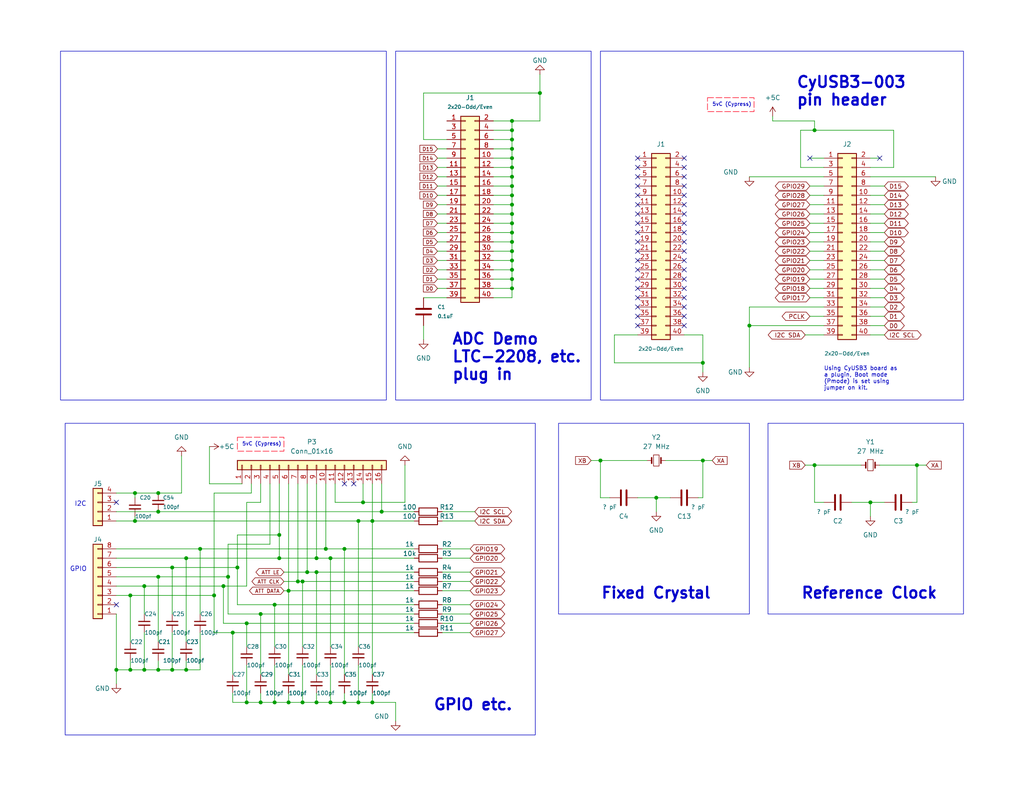
<source format=kicad_sch>
(kicad_sch (version 20230121) (generator eeschema)
  (paper "USLetter")
  (title_block (title "HF103-Min") (date "2023-06-25") (rev "0.1.0") (comment 1 "Minimalist Rework of HF-103 "))
  (junction (at 139.7 78.74))
  (junction (at 104.14 139.7))
  (junction (at 83.82 156.21))
  (junction (at 67.31 191.77))
  (junction (at 139.7 33.02))
  (junction (at 43.18 139.7))
  (junction (at 71.12 167.64))
  (junction (at 36.83 134.62))
  (junction (at 67.31 170.18))
  (junction (at 86.36 191.77))
  (junction (at 74.93 191.77))
  (junction (at 82.55 191.77))
  (junction (at 139.7 73.66))
  (junction (at 60.96 160.02))
  (junction (at 139.7 76.2))
  (junction (at 82.55 158.75))
  (junction (at 101.6 191.77))
  (junction (at 50.8 152.4))
  (junction (at 101.6 142.24))
  (junction (at 90.17 191.77))
  (junction (at 76.2 152.4))
  (junction (at 46.99 182.88))
  (junction (at 62.23 157.48))
  (junction (at 64.77 154.94))
  (junction (at 139.7 45.72))
  (junction (at 35.56 162.56))
  (junction (at 86.36 156.21))
  (junction (at 46.99 154.94))
  (junction (at 179.07 135.89))
  (junction (at 222.25 35.56))
  (junction (at 74.93 165.1))
  (junction (at 43.18 157.48))
  (junction (at 139.7 35.56))
  (junction (at 54.61 149.86))
  (junction (at 43.18 182.88))
  (junction (at 88.9 149.86))
  (junction (at 139.7 58.42))
  (junction (at 76.2 146.05))
  (junction (at 147.32 25.4))
  (junction (at 97.79 142.24))
  (junction (at 81.28 158.75))
  (junction (at 93.98 149.86))
  (junction (at 139.7 60.96))
  (junction (at 139.7 68.58))
  (junction (at 39.37 160.02))
  (junction (at 191.77 99.06))
  (junction (at 99.06 137.16))
  (junction (at 31.75 182.88))
  (junction (at 39.37 182.88))
  (junction (at 250.19 127))
  (junction (at 93.98 191.77))
  (junction (at 139.7 53.34))
  (junction (at 78.74 191.77))
  (junction (at 204.47 88.9))
  (junction (at 35.56 182.88))
  (junction (at 139.7 40.64))
  (junction (at 139.7 63.5))
  (junction (at 139.7 43.18))
  (junction (at 90.17 152.4))
  (junction (at 139.7 71.12))
  (junction (at 86.36 152.4))
  (junction (at 139.7 66.04))
  (junction (at 71.12 191.77))
  (junction (at 63.5 172.72))
  (junction (at 163.83 125.73))
  (junction (at 50.8 182.88))
  (junction (at 139.7 38.1))
  (junction (at 237.49 137.16))
  (junction (at 191.77 125.73))
  (junction (at 78.74 161.29))
  (junction (at 139.7 50.8))
  (junction (at 139.7 55.88))
  (junction (at 222.25 127))
  (junction (at 58.42 162.56))
  (junction (at 36.83 142.24))
  (junction (at 97.79 191.77))
  (junction (at 43.18 134.62))
  (junction (at 139.7 48.26))
  (no_connect (at 173.99 86.36))
  (no_connect (at 96.52 132.08))
  (no_connect (at 173.99 63.5))
  (no_connect (at 93.98 132.08))
  (no_connect (at 240.03 43.18))
  (no_connect (at 186.69 50.8))
  (no_connect (at 186.69 66.04))
  (no_connect (at 186.69 83.82))
  (no_connect (at 173.99 50.8))
  (no_connect (at 173.99 48.26))
  (no_connect (at 173.99 53.34))
  (no_connect (at 186.69 81.28))
  (no_connect (at 186.69 58.42))
  (no_connect (at 173.99 68.58))
  (no_connect (at 186.69 78.74))
  (no_connect (at 173.99 58.42))
  (no_connect (at 173.99 83.82))
  (no_connect (at 31.75 137.16))
  (no_connect (at 186.69 48.26))
  (no_connect (at 186.69 53.34))
  (no_connect (at 173.99 73.66))
  (no_connect (at 186.69 63.5))
  (no_connect (at 186.69 68.58))
  (no_connect (at 186.69 88.9))
  (no_connect (at 186.69 60.96))
  (no_connect (at 173.99 43.18))
  (no_connect (at 186.69 43.18))
  (no_connect (at 220.98 43.18))
  (no_connect (at 173.99 45.72))
  (no_connect (at 173.99 81.28))
  (no_connect (at 186.69 76.2))
  (no_connect (at 173.99 76.2))
  (no_connect (at 31.75 165.1))
  (no_connect (at 186.69 45.72))
  (no_connect (at 186.69 55.88))
  (no_connect (at 173.99 55.88))
  (no_connect (at 173.99 88.9))
  (no_connect (at 186.69 86.36))
  (no_connect (at 173.99 71.12))
  (no_connect (at 173.99 78.74))
  (no_connect (at 173.99 66.04))
  (no_connect (at 173.99 60.96))
  (no_connect (at 186.69 71.12))
  (no_connect (at 186.69 73.66))
  (wire (pts (xy 90.17 152.4) (xy 113.03 152.4)))
  (wire (pts (xy 173.99 135.89) (xy 179.07 135.89)))
  (wire (pts (xy 50.8 152.4) (xy 50.8 175.26)))
  (wire (pts (xy 88.9 149.86) (xy 93.98 149.86)))
  (wire (pts (xy 93.98 191.77) (xy 97.79 191.77)))
  (wire (pts (xy 250.19 127) (xy 252.73 127)))
  (wire (pts (xy 120.65 172.72) (xy 128.27 172.72)))
  (wire (pts (xy 67.31 160.02) (xy 60.96 160.02)))
  (wire (pts (xy 35.56 182.88) (xy 39.37 182.88)))
  (wire (pts (xy 78.74 191.77) (xy 82.55 191.77)))
  (wire (pts (xy 139.7 43.18) (xy 134.62 43.18)))
  (wire (pts (xy 86.36 156.21) (xy 86.36 184.15)))
  (wire (pts (xy 82.55 158.75) (xy 82.55 176.53)))
  (wire (pts (xy 222.25 127) (xy 222.25 137.16)))
  (wire (pts (xy 119.38 43.18) (xy 121.92 43.18)))
  (wire (pts (xy 220.98 86.36) (xy 224.79 86.36)))
  (wire (pts (xy 120.65 149.86) (xy 128.27 149.86)))
  (wire (pts (xy 58.42 162.56) (xy 58.42 172.72)))
  (wire (pts (xy 71.12 189.23) (xy 71.12 191.77)))
  (wire (pts (xy 220.98 78.74) (xy 224.79 78.74)))
  (wire (pts (xy 49.53 124.46) (xy 49.53 134.62)))
  (wire (pts (xy 119.38 45.72) (xy 121.92 45.72)))
  (wire (pts (xy 237.49 73.66) (xy 241.3 73.66)))
  (wire (pts (xy 71.12 137.16) (xy 71.12 132.08)))
  (wire (pts (xy 243.84 35.56) (xy 243.84 45.72)))
  (wire (pts (xy 120.65 142.24) (xy 129.54 142.24)))
  (wire (pts (xy 104.14 139.7) (xy 113.03 139.7)))
  (wire (pts (xy 78.74 132.08) (xy 78.74 161.29)))
  (wire (pts (xy 119.38 71.12) (xy 121.92 71.12)))
  (wire (pts (xy 82.55 158.75) (xy 113.03 158.75)))
  (wire (pts (xy 139.7 68.58) (xy 139.7 71.12)))
  (wire (pts (xy 90.17 152.4) (xy 90.17 176.53)))
  (wire (pts (xy 237.49 81.28) (xy 241.3 81.28)))
  (wire (pts (xy 139.7 60.96) (xy 139.7 63.5)))
  (wire (pts (xy 120.65 165.1) (xy 128.27 165.1)))
  (wire (pts (xy 119.38 50.8) (xy 121.92 50.8)))
  (wire (pts (xy 191.77 99.06) (xy 191.77 91.44)))
  (wire (pts (xy 219.71 91.44) (xy 224.79 91.44)))
  (wire (pts (xy 139.7 40.64) (xy 134.62 40.64)))
  (wire (pts (xy 220.98 58.42) (xy 224.79 58.42)))
  (wire (pts (xy 139.7 48.26) (xy 139.7 50.8)))
  (wire (pts (xy 86.36 156.21) (xy 113.03 156.21)))
  (wire (pts (xy 110.49 137.16) (xy 99.06 137.16)))
  (wire (pts (xy 237.49 78.74) (xy 241.3 78.74)))
  (wire (pts (xy 220.98 53.34) (xy 224.79 53.34)))
  (wire (pts (xy 120.65 156.21) (xy 128.27 156.21)))
  (wire (pts (xy 67.31 170.18) (xy 67.31 176.53)))
  (wire (pts (xy 86.36 189.23) (xy 86.36 191.77)))
  (wire (pts (xy 31.75 160.02) (xy 39.37 160.02)))
  (wire (pts (xy 220.98 60.96) (xy 224.79 60.96)))
  (wire (pts (xy 237.49 71.12) (xy 241.3 71.12)))
  (wire (pts (xy 31.75 134.62) (xy 36.83 134.62)))
  (wire (pts (xy 237.49 91.44) (xy 241.3 91.44)))
  (wire (pts (xy 163.83 135.89) (xy 166.37 135.89)))
  (wire (pts (xy 139.7 58.42) (xy 134.62 58.42)))
  (wire (pts (xy 250.19 137.16) (xy 250.19 127)))
  (wire (pts (xy 139.7 63.5) (xy 139.7 66.04)))
  (wire (pts (xy 139.7 55.88) (xy 134.62 55.88)))
  (wire (pts (xy 237.49 137.16) (xy 241.3 137.16)))
  (wire (pts (xy 248.92 137.16) (xy 250.19 137.16)))
  (wire (pts (xy 71.12 167.64) (xy 71.12 184.15)))
  (wire (pts (xy 161.29 125.73) (xy 163.83 125.73)))
  (wire (pts (xy 240.03 127) (xy 250.19 127)))
  (wire (pts (xy 50.8 152.4) (xy 76.2 152.4)))
  (wire (pts (xy 139.7 55.88) (xy 139.7 58.42)))
  (wire (pts (xy 119.38 55.88) (xy 121.92 55.88)))
  (wire (pts (xy 101.6 142.24) (xy 113.03 142.24)))
  (wire (pts (xy 222.25 33.02) (xy 210.82 33.02)))
  (wire (pts (xy 119.38 53.34) (xy 121.92 53.34)))
  (wire (pts (xy 63.5 172.72) (xy 58.42 172.72)))
  (wire (pts (xy 43.18 182.88) (xy 46.99 182.88)))
  (wire (pts (xy 74.93 181.61) (xy 74.93 191.77)))
  (wire (pts (xy 35.56 180.34) (xy 35.56 182.88)))
  (wire (pts (xy 50.8 180.34) (xy 50.8 182.88)))
  (wire (pts (xy 76.2 146.05) (xy 76.2 152.4)))
  (wire (pts (xy 147.32 20.32) (xy 147.32 25.4)))
  (wire (pts (xy 78.74 161.29) (xy 113.03 161.29)))
  (wire (pts (xy 204.47 48.26) (xy 224.79 48.26)))
  (wire (pts (xy 120.65 158.75) (xy 128.27 158.75)))
  (wire (pts (xy 139.7 66.04) (xy 134.62 66.04)))
  (wire (pts (xy 222.25 137.16) (xy 224.79 137.16)))
  (wire (pts (xy 220.98 71.12) (xy 224.79 71.12)))
  (wire (pts (xy 82.55 181.61) (xy 82.55 191.77)))
  (wire (pts (xy 76.2 146.05) (xy 64.77 146.05)))
  (wire (pts (xy 163.83 125.73) (xy 176.53 125.73)))
  (wire (pts (xy 36.83 134.62) (xy 43.18 134.62)))
  (wire (pts (xy 220.98 76.2) (xy 224.79 76.2)))
  (wire (pts (xy 97.79 142.24) (xy 97.79 176.53)))
  (wire (pts (xy 139.7 71.12) (xy 134.62 71.12)))
  (wire (pts (xy 120.65 139.7) (xy 129.54 139.7)))
  (wire (pts (xy 78.74 189.23) (xy 78.74 191.77)))
  (wire (pts (xy 237.49 43.18) (xy 240.03 43.18)))
  (wire (pts (xy 62.23 167.64) (xy 62.23 157.48)))
  (wire (pts (xy 190.5 135.89) (xy 191.77 135.89)))
  (wire (pts (xy 39.37 172.72) (xy 39.37 182.88)))
  (wire (pts (xy 191.77 135.89) (xy 191.77 125.73)))
  (wire (pts (xy 237.49 48.26) (xy 255.27 48.26)))
  (wire (pts (xy 88.9 132.08) (xy 88.9 149.86)))
  (wire (pts (xy 139.7 78.74) (xy 139.7 81.28)))
  (wire (pts (xy 46.99 172.72) (xy 46.99 182.88)))
  (wire (pts (xy 219.71 127) (xy 222.25 127)))
  (wire (pts (xy 57.15 132.08) (xy 66.04 132.08)))
  (wire (pts (xy 76.2 132.08) (xy 76.2 146.05)))
  (wire (pts (xy 218.44 45.72) (xy 218.44 35.56)))
  (wire (pts (xy 119.38 73.66) (xy 121.92 73.66)))
  (wire (pts (xy 35.56 162.56) (xy 35.56 175.26)))
  (wire (pts (xy 63.5 189.23) (xy 63.5 191.77)))
  (wire (pts (xy 237.49 60.96) (xy 241.3 60.96)))
  (wire (pts (xy 63.5 172.72) (xy 63.5 184.15)))
  (wire (pts (xy 139.7 48.26) (xy 134.62 48.26)))
  (wire (pts (xy 139.7 33.02) (xy 139.7 35.56)))
  (wire (pts (xy 119.38 66.04) (xy 121.92 66.04)))
  (wire (pts (xy 173.99 91.44) (xy 167.64 91.44)))
  (wire (pts (xy 179.07 135.89) (xy 179.07 139.7)))
  (wire (pts (xy 77.47 158.75) (xy 81.28 158.75)))
  (wire (pts (xy 31.75 149.86) (xy 54.61 149.86)))
  (wire (pts (xy 237.49 68.58) (xy 241.3 68.58)))
  (wire (pts (xy 121.92 38.1) (xy 115.57 38.1)))
  (wire (pts (xy 62.23 148.59) (xy 62.23 157.48)))
  (wire (pts (xy 81.28 158.75) (xy 82.55 158.75)))
  (wire (pts (xy 115.57 88.9) (xy 115.57 92.71)))
  (wire (pts (xy 31.75 152.4) (xy 50.8 152.4)))
  (wire (pts (xy 139.7 76.2) (xy 139.7 78.74)))
  (wire (pts (xy 83.82 156.21) (xy 86.36 156.21)))
  (wire (pts (xy 97.79 142.24) (xy 101.6 142.24)))
  (wire (pts (xy 139.7 73.66) (xy 139.7 76.2)))
  (wire (pts (xy 39.37 160.02) (xy 39.37 167.64)))
  (wire (pts (xy 237.49 63.5) (xy 241.3 63.5)))
  (wire (pts (xy 139.7 63.5) (xy 134.62 63.5)))
  (wire (pts (xy 91.44 137.16) (xy 99.06 137.16)))
  (wire (pts (xy 60.96 170.18) (xy 60.96 160.02)))
  (wire (pts (xy 73.66 148.59) (xy 73.66 132.08)))
  (wire (pts (xy 139.7 45.72) (xy 139.7 48.26)))
  (wire (pts (xy 50.8 182.88) (xy 54.61 182.88)))
  (wire (pts (xy 191.77 125.73) (xy 194.31 125.73)))
  (wire (pts (xy 191.77 91.44) (xy 186.69 91.44)))
  (wire (pts (xy 58.42 134.62) (xy 68.58 134.62)))
  (wire (pts (xy 119.38 68.58) (xy 121.92 68.58)))
  (wire (pts (xy 97.79 191.77) (xy 101.6 191.77)))
  (wire (pts (xy 67.31 137.16) (xy 71.12 137.16)))
  (wire (pts (xy 101.6 132.08) (xy 101.6 142.24)))
  (wire (pts (xy 36.83 140.97) (xy 36.83 142.24)))
  (wire (pts (xy 237.49 88.9) (xy 241.3 88.9)))
  (wire (pts (xy 93.98 189.23) (xy 93.98 191.77)))
  (wire (pts (xy 54.61 172.72) (xy 54.61 182.88)))
  (wire (pts (xy 139.7 81.28) (xy 134.62 81.28)))
  (wire (pts (xy 101.6 191.77) (xy 107.95 191.77)))
  (wire (pts (xy 31.75 167.64) (xy 31.75 182.88)))
  (wire (pts (xy 220.98 43.18) (xy 224.79 43.18)))
  (wire (pts (xy 139.7 66.04) (xy 139.7 68.58)))
  (wire (pts (xy 54.61 149.86) (xy 88.9 149.86)))
  (wire (pts (xy 181.61 125.73) (xy 191.77 125.73)))
  (wire (pts (xy 139.7 40.64) (xy 139.7 43.18)))
  (wire (pts (xy 46.99 154.94) (xy 46.99 167.64)))
  (wire (pts (xy 232.41 137.16) (xy 237.49 137.16)))
  (wire (pts (xy 82.55 191.77) (xy 86.36 191.77)))
  (wire (pts (xy 31.75 182.88) (xy 31.75 186.69)))
  (wire (pts (xy 120.65 161.29) (xy 128.27 161.29)))
  (wire (pts (xy 139.7 38.1) (xy 134.62 38.1)))
  (wire (pts (xy 243.84 45.72) (xy 237.49 45.72)))
  (wire (pts (xy 78.74 161.29) (xy 78.74 184.15)))
  (wire (pts (xy 81.28 132.08) (xy 81.28 158.75)))
  (wire (pts (xy 167.64 99.06) (xy 191.77 99.06)))
  (wire (pts (xy 43.18 157.48) (xy 62.23 157.48)))
  (wire (pts (xy 74.93 191.77) (xy 78.74 191.77)))
  (wire (pts (xy 139.7 58.42) (xy 139.7 60.96)))
  (wire (pts (xy 237.49 50.8) (xy 241.3 50.8)))
  (wire (pts (xy 31.75 139.7) (xy 43.18 139.7)))
  (wire (pts (xy 83.82 132.08) (xy 83.82 156.21)))
  (wire (pts (xy 139.7 53.34) (xy 139.7 55.88)))
  (wire (pts (xy 204.47 100.33) (xy 204.47 88.9)))
  (wire (pts (xy 220.98 81.28) (xy 224.79 81.28)))
  (wire (pts (xy 43.18 139.7) (xy 104.14 139.7)))
  (wire (pts (xy 119.38 40.64) (xy 121.92 40.64)))
  (wire (pts (xy 64.77 165.1) (xy 74.93 165.1)))
  (wire (pts (xy 74.93 165.1) (xy 74.93 176.53)))
  (wire (pts (xy 31.75 182.88) (xy 35.56 182.88)))
  (wire (pts (xy 54.61 149.86) (xy 54.61 167.64)))
  (wire (pts (xy 71.12 167.64) (xy 113.03 167.64)))
  (wire (pts (xy 220.98 73.66) (xy 224.79 73.66)))
  (wire (pts (xy 147.32 25.4) (xy 147.32 33.02)))
  (wire (pts (xy 139.7 53.34) (xy 134.62 53.34)))
  (wire (pts (xy 139.7 68.58) (xy 134.62 68.58)))
  (wire (pts (xy 93.98 149.86) (xy 93.98 184.15)))
  (wire (pts (xy 237.49 137.16) (xy 237.49 140.97)))
  (wire (pts (xy 119.38 60.96) (xy 121.92 60.96)))
  (wire (pts (xy 120.65 152.4) (xy 128.27 152.4)))
  (wire (pts (xy 237.49 55.88) (xy 241.3 55.88)))
  (wire (pts (xy 204.47 83.82) (xy 224.79 83.82)))
  (wire (pts (xy 77.47 161.29) (xy 78.74 161.29)))
  (wire (pts (xy 63.5 191.77) (xy 67.31 191.77)))
  (wire (pts (xy 191.77 101.6) (xy 191.77 99.06)))
  (wire (pts (xy 43.18 157.48) (xy 43.18 175.26)))
  (wire (pts (xy 139.7 43.18) (xy 139.7 45.72)))
  (wire (pts (xy 74.93 165.1) (xy 113.03 165.1)))
  (wire (pts (xy 121.92 81.28) (xy 115.57 81.28)))
  (wire (pts (xy 31.75 162.56) (xy 35.56 162.56)))
  (wire (pts (xy 119.38 63.5) (xy 121.92 63.5)))
  (wire (pts (xy 222.25 33.02) (xy 222.25 35.56)))
  (wire (pts (xy 220.98 55.88) (xy 224.79 55.88)))
  (wire (pts (xy 31.75 157.48) (xy 43.18 157.48)))
  (wire (pts (xy 36.83 134.62) (xy 36.83 135.89)))
  (wire (pts (xy 119.38 76.2) (xy 121.92 76.2)))
  (wire (pts (xy 139.7 73.66) (xy 134.62 73.66)))
  (wire (pts (xy 43.18 180.34) (xy 43.18 182.88)))
  (wire (pts (xy 107.95 191.77) (xy 107.95 196.85)))
  (wire (pts (xy 134.62 33.02) (xy 139.7 33.02)))
  (wire (pts (xy 139.7 71.12) (xy 139.7 73.66)))
  (wire (pts (xy 139.7 50.8) (xy 134.62 50.8)))
  (wire (pts (xy 139.7 35.56) (xy 134.62 35.56)))
  (wire (pts (xy 179.07 135.89) (xy 182.88 135.89)))
  (wire (pts (xy 237.49 83.82) (xy 241.3 83.82)))
  (wire (pts (xy 139.7 78.74) (xy 134.62 78.74)))
  (wire (pts (xy 220.98 50.8) (xy 224.79 50.8)))
  (wire (pts (xy 120.65 167.64) (xy 128.27 167.64)))
  (wire (pts (xy 90.17 181.61) (xy 90.17 191.77)))
  (wire (pts (xy 119.38 48.26) (xy 121.92 48.26)))
  (wire (pts (xy 86.36 132.08) (xy 86.36 152.4)))
  (wire (pts (xy 139.7 76.2) (xy 134.62 76.2)))
  (wire (pts (xy 46.99 154.94) (xy 64.77 154.94)))
  (wire (pts (xy 71.12 191.77) (xy 74.93 191.77)))
  (wire (pts (xy 31.75 154.94) (xy 46.99 154.94)))
  (wire (pts (xy 222.25 127) (xy 234.95 127)))
  (wire (pts (xy 104.14 132.08) (xy 104.14 139.7)))
  (wire (pts (xy 86.36 152.4) (xy 76.2 152.4)))
  (wire (pts (xy 101.6 142.24) (xy 101.6 184.15)))
  (wire (pts (xy 91.44 132.08) (xy 91.44 137.16)))
  (wire (pts (xy 43.18 134.62) (xy 49.53 134.62)))
  (wire (pts (xy 36.83 142.24) (xy 97.79 142.24)))
  (wire (pts (xy 139.7 45.72) (xy 134.62 45.72)))
  (wire (pts (xy 139.7 35.56) (xy 139.7 38.1)))
  (wire (pts (xy 57.15 121.92) (xy 57.15 132.08)))
  (wire (pts (xy 62.23 167.64) (xy 71.12 167.64)))
  (wire (pts (xy 113.03 170.18) (xy 67.31 170.18)))
  (wire (pts (xy 139.7 60.96) (xy 134.62 60.96)))
  (wire (pts (xy 119.38 78.74) (xy 121.92 78.74)))
  (wire (pts (xy 101.6 189.23) (xy 101.6 191.77)))
  (wire (pts (xy 220.98 68.58) (xy 224.79 68.58)))
  (wire (pts (xy 67.31 191.77) (xy 71.12 191.77)))
  (wire (pts (xy 39.37 160.02) (xy 60.96 160.02)))
  (wire (pts (xy 64.77 154.94) (xy 64.77 165.1)))
  (wire (pts (xy 58.42 134.62) (xy 58.42 162.56)))
  (wire (pts (xy 31.75 142.24) (xy 36.83 142.24)))
  (wire (pts (xy 237.49 66.04) (xy 241.3 66.04)))
  (wire (pts (xy 237.49 58.42) (xy 241.3 58.42)))
  (wire (pts (xy 113.03 172.72) (xy 63.5 172.72)))
  (wire (pts (xy 35.56 162.56) (xy 58.42 162.56)))
  (wire (pts (xy 67.31 137.16) (xy 67.31 160.02)))
  (wire (pts (xy 62.23 148.59) (xy 73.66 148.59)))
  (wire (pts (xy 110.49 127) (xy 110.49 137.16)))
  (wire (pts (xy 163.83 125.73) (xy 163.83 135.89)))
  (wire (pts (xy 119.38 58.42) (xy 121.92 58.42)))
  (wire (pts (xy 237.49 86.36) (xy 241.3 86.36)))
  (wire (pts (xy 68.58 134.62) (xy 68.58 132.08)))
  (wire (pts (xy 39.37 182.88) (xy 43.18 182.88)))
  (wire (pts (xy 139.7 50.8) (xy 139.7 53.34)))
  (wire (pts (xy 167.64 91.44) (xy 167.64 99.06)))
  (wire (pts (xy 93.98 149.86) (xy 113.03 149.86)))
  (wire (pts (xy 86.36 191.77) (xy 90.17 191.77)))
  (wire (pts (xy 139.7 38.1) (xy 139.7 40.64)))
  (wire (pts (xy 237.49 53.34) (xy 241.3 53.34)))
  (wire (pts (xy 99.06 132.08) (xy 99.06 137.16)))
  (wire (pts (xy 120.65 170.18) (xy 128.27 170.18)))
  (wire (pts (xy 139.7 33.02) (xy 147.32 33.02)))
  (wire (pts (xy 46.99 182.88) (xy 50.8 182.88)))
  (wire (pts (xy 115.57 25.4) (xy 147.32 25.4)))
  (wire (pts (xy 115.57 38.1) (xy 115.57 25.4)))
  (wire (pts (xy 210.82 33.02) (xy 210.82 31.75)))
  (wire (pts (xy 218.44 35.56) (xy 222.25 35.56)))
  (wire (pts (xy 220.98 63.5) (xy 224.79 63.5)))
  (wire (pts (xy 64.77 146.05) (xy 64.77 154.94)))
  (wire (pts (xy 237.49 76.2) (xy 241.3 76.2)))
  (wire (pts (xy 86.36 152.4) (xy 90.17 152.4)))
  (wire (pts (xy 224.79 45.72) (xy 218.44 45.72)))
  (wire (pts (xy 204.47 83.82) (xy 204.47 88.9)))
  (wire (pts (xy 220.98 66.04) (xy 224.79 66.04)))
  (wire (pts (xy 67.31 170.18) (xy 60.96 170.18)))
  (wire (pts (xy 67.31 181.61) (xy 67.31 191.77)))
  (wire (pts (xy 97.79 181.61) (xy 97.79 191.77)))
  (wire (pts (xy 90.17 191.77) (xy 93.98 191.77)))
  (wire (pts (xy 204.47 88.9) (xy 224.79 88.9)))
  (wire (pts (xy 222.25 35.56) (xy 243.84 35.56)))
  (wire (pts (xy 77.47 156.21) (xy 83.82 156.21)))
  (rectangle (start 17.78 115.57) (end 146.05 200.66))
  (rectangle (start 152.4 115.57) (end 204.47 167.64))
  (rectangle (start 107.95 13.97) (end 161.29 109.22))
  (rectangle (start 193.04 26.67) (end 205.74 30.48) (stroke (width 0) (type dash) (color 255 0 28 1)))
  (rectangle (start 163.83 13.97) (end 262.89 109.22))
  (rectangle (start 209.55 115.57) (end 262.89 167.64))
  (rectangle (start 64.77 119.38) (end 77.47 123.19) (stroke (width 0) (type dash) (color 255 0 28 1)))
  (rectangle (start 16.51 13.97) (end 105.41 109.22))
  (text "GPIO etc." (at 118.11 194.31 0) (effects (font (size 3 3) (thickness 0.6) bold) (justify left bottom)))
  (text "I2C" (at 20.32 138.43 0) (effects (font (size 1.27 1.27)) (justify left bottom)))
  (text "Reference Clock" (at 218.44 163.83 0) (effects (font (size 3 3) (thickness 0.6) bold) (justify left bottom)))
  (text "GPIO" (at 19.05 156.21 0) (effects (font (size 1.27 1.27)) (justify left bottom)))
  (text "5vC (Cypress)" (at 66.04 121.92 0) (effects (font (size 1 1)) (justify left bottom)))
  (text "Fixed Crystal" (at 163.83 163.83 0) (effects (font (size 3 3) (thickness 0.6) bold) (justify left bottom)))
  (text "5vC (Cypress)" (at 194.31 29.21 0) (effects (font (size 1 1)) (justify left bottom)))
  (text "CyUSB3-003\npin header" (at 217.17 29.21 0) (effects (font (size 3 3) (thickness 0.6) bold) (justify left bottom)))
  (text "Using CyUSB3 board as \na plugin, Boot mode \n(Pmode) is set using \njumper on kit." (at 224.79 106.68 0) (effects (font (size 1.1 1.1)) (justify left bottom)))
  (text "ADC Demo \nLTC-2208, etc.\nplug in" (at 123.19 104.14 0) (effects (font (size 3 3) (thickness 0.6) bold) (justify left bottom)))
  (global_label "GPIO24" (shape bidirectional) (at 220.98 63.5 180) (effects (font (size 1.15 1.15))) (property "Intersheetrefs" "${INTERSHEET_REFS}" (at 211.0995 63.5 0) (effects (justify right))))
  (global_label "XA" (shape input) (at 252.73 127 0) (effects (font (size 1.1 1.1))) (property "Intersheetrefs" "${INTERSHEET_REFS}" (at 257.237 127 0) (effects (justify left))))
  (global_label "GPIO28" (shape bidirectional) (at 220.98 53.34 180) (effects (font (size 1.15 1.15))) (property "Intersheetrefs" "${INTERSHEET_REFS}" (at 211.0995 53.34 0) (effects (justify right))))
  (global_label "GPIO20" (shape bidirectional) (at 220.98 73.66 180) (effects (font (size 1.15 1.15))) (property "Intersheetrefs" "${INTERSHEET_REFS}" (at 211.0995 73.66 0) (effects (justify right))))
  (global_label "D8" (shape input) (at 119.38 58.42 180) (effects (font (size 1 1))) (property "Intersheetrefs" "${INTERSHEET_REFS}" (at 115.0773 58.42 0) (effects (justify right))))
  (global_label "D2" (shape bidirectional) (at 241.3 83.82 0) (effects (font (size 1.15 1.15))) (property "Intersheetrefs" "${INTERSHEET_REFS}" (at 247.1829 83.82 0) (effects (justify left))))
  (global_label "D2" (shape input) (at 119.38 73.66 180) (effects (font (size 1 1))) (property "Intersheetrefs" "${INTERSHEET_REFS}" (at 115.0773 73.66 0) (effects (justify right))))
  (global_label "XB" (shape input) (at 219.71 127 180) (effects (font (size 1.1 1.1))) (property "Intersheetrefs" "${INTERSHEET_REFS}" (at 215.0459 127 0) (effects (justify right))))
  (global_label "D13" (shape input) (at 119.38 45.72 180) (effects (font (size 1 1))) (property "Intersheetrefs" "${INTERSHEET_REFS}" (at 114.1249 45.72 0) (effects (justify right))))
  (global_label "D3" (shape input) (at 119.38 71.12 180) (effects (font (size 1 1))) (property "Intersheetrefs" "${INTERSHEET_REFS}" (at 115.0773 71.12 0) (effects (justify right))))
  (global_label "D15" (shape bidirectional) (at 241.3 50.8 0) (effects (font (size 1.15 1.15))) (property "Intersheetrefs" "${INTERSHEET_REFS}" (at 248.2781 50.8 0) (effects (justify left))))
  (global_label "GPIO20" (shape bidirectional) (at 128.27 152.4 0) (effects (font (size 1.15 1.15))) (property "Intersheetrefs" "${INTERSHEET_REFS}" (at 138.1505 152.4 0) (effects (justify left))))
  (global_label "D8" (shape bidirectional) (at 241.3 68.58 0) (effects (font (size 1.15 1.15))) (property "Intersheetrefs" "${INTERSHEET_REFS}" (at 247.1829 68.58 0) (effects (justify left))))
  (global_label "GPIO23" (shape bidirectional) (at 220.98 66.04 180) (effects (font (size 1.15 1.15))) (property "Intersheetrefs" "${INTERSHEET_REFS}" (at 211.0995 66.04 0) (effects (justify right))))
  (global_label "D4" (shape bidirectional) (at 241.3 78.74 0) (effects (font (size 1.15 1.15))) (property "Intersheetrefs" "${INTERSHEET_REFS}" (at 247.1829 78.74 0) (effects (justify left))))
  (global_label "GPIO25" (shape bidirectional) (at 128.27 167.64 0) (effects (font (size 1.15 1.15))) (property "Intersheetrefs" "${INTERSHEET_REFS}" (at 138.1505 167.64 0) (effects (justify left))))
  (global_label "D10" (shape input) (at 119.38 53.34 180) (effects (font (size 1 1))) (property "Intersheetrefs" "${INTERSHEET_REFS}" (at 114.1249 53.34 0) (effects (justify right))))
  (global_label "XA" (shape input) (at 194.31 125.73 0) (effects (font (size 1.1 1.1))) (property "Intersheetrefs" "${INTERSHEET_REFS}" (at 198.817 125.73 0) (effects (justify left))))
  (global_label "GPIO19" (shape bidirectional) (at 128.27 149.86 0) (effects (font (size 1.15 1.15))) (property "Intersheetrefs" "${INTERSHEET_REFS}" (at 138.1505 149.86 0) (effects (justify left))))
  (global_label "I2C SDA" (shape bidirectional) (at 129.54 142.24 0) (effects (font (size 1.15 1.15))) (property "Intersheetrefs" "${INTERSHEET_REFS}" (at 140.0776 142.24 0) (effects (justify left))))
  (global_label "GPIO21" (shape bidirectional) (at 128.27 156.21 0) (effects (font (size 1.15 1.15))) (property "Intersheetrefs" "${INTERSHEET_REFS}" (at 138.1505 156.21 0) (effects (justify left))))
  (global_label "D14" (shape input) (at 119.38 43.18 180) (effects (font (size 1 1))) (property "Intersheetrefs" "${INTERSHEET_REFS}" (at 114.1249 43.18 0) (effects (justify right))))
  (global_label "GPIO23" (shape bidirectional) (at 128.27 161.29 0) (effects (font (size 1.15 1.15))) (property "Intersheetrefs" "${INTERSHEET_REFS}" (at 138.1505 161.29 0) (effects (justify left))))
  (global_label "D15" (shape input) (at 119.38 40.64 180) (effects (font (size 1 1))) (property "Intersheetrefs" "${INTERSHEET_REFS}" (at 114.1249 40.64 0) (effects (justify right))))
  (global_label "GPIO22" (shape bidirectional) (at 220.98 68.58 180) (effects (font (size 1.15 1.15))) (property "Intersheetrefs" "${INTERSHEET_REFS}" (at 211.0995 68.58 0) (effects (justify right))))
  (global_label "D5" (shape bidirectional) (at 241.3 76.2 0) (effects (font (size 1.15 1.15))) (property "Intersheetrefs" "${INTERSHEET_REFS}" (at 247.1829 76.2 0) (effects (justify left))))
  (global_label "ATT DATA" (shape bidirectional) (at 77.47 161.29 180) (effects (font (size 1 1))) (property "Intersheetrefs" "${INTERSHEET_REFS}" (at 67.6882 161.29 0) (effects (justify right))))
  (global_label "D1" (shape input) (at 119.38 76.2 180) (effects (font (size 1 1))) (property "Intersheetrefs" "${INTERSHEET_REFS}" (at 115.0773 76.2 0) (effects (justify right))))
  (global_label "I2C SDA" (shape bidirectional) (at 219.71 91.44 180) (effects (font (size 1.15 1.15))) (property "Intersheetrefs" "${INTERSHEET_REFS}" (at 210.82 91.44 0) (effects (justify right))))
  (global_label "ATT CLK" (shape bidirectional) (at 77.47 158.75 180) (effects (font (size 1 1))) (property "Intersheetrefs" "${INTERSHEET_REFS}" (at 68.3548 158.75 0) (effects (justify right))))
  (global_label "D9" (shape bidirectional) (at 241.3 66.04 0) (effects (font (size 1.15 1.15))) (property "Intersheetrefs" "${INTERSHEET_REFS}" (at 247.1829 66.04 0) (effects (justify left))))
  (global_label "GPIO19" (shape bidirectional) (at 220.98 76.2 180) (effects (font (size 1.15 1.15))) (property "Intersheetrefs" "${INTERSHEET_REFS}" (at 211.0995 76.2 0) (effects (justify right))))
  (global_label "XB" (shape input) (at 161.29 125.73 180) (effects (font (size 1.1 1.1))) (property "Intersheetrefs" "${INTERSHEET_REFS}" (at 156.6259 125.73 0) (effects (justify right))))
  (global_label "GPIO29" (shape bidirectional) (at 220.98 50.8 180) (effects (font (size 1.15 1.15))) (property "Intersheetrefs" "${INTERSHEET_REFS}" (at 211.0995 50.8 0) (effects (justify right))))
  (global_label "ATT LE" (shape bidirectional) (at 77.47 156.21 180) (effects (font (size 1 1))) (property "Intersheetrefs" "${INTERSHEET_REFS}" (at 69.45 156.21 0) (effects (justify right))))
  (global_label "GPIO17" (shape bidirectional) (at 220.98 81.28 180) (effects (font (size 1.15 1.15))) (property "Intersheetrefs" "${INTERSHEET_REFS}" (at 211.0995 81.28 0) (effects (justify right))))
  (global_label "D5" (shape input) (at 119.38 66.04 180) (effects (font (size 1 1))) (property "Intersheetrefs" "${INTERSHEET_REFS}" (at 115.0773 66.04 0) (effects (justify right))))
  (global_label "GPIO26" (shape bidirectional) (at 128.27 170.18 0) (effects (font (size 1.15 1.15))) (property "Intersheetrefs" "${INTERSHEET_REFS}" (at 138.1505 170.18 0) (effects (justify left))))
  (global_label "D10" (shape bidirectional) (at 241.3 63.5 0) (effects (font (size 1.15 1.15))) (property "Intersheetrefs" "${INTERSHEET_REFS}" (at 248.2781 63.5 0) (effects (justify left))))
  (global_label "D6" (shape input) (at 119.38 63.5 180) (effects (font (size 1 1))) (property "Intersheetrefs" "${INTERSHEET_REFS}" (at 115.0773 63.5 0) (effects (justify right))))
  (global_label "D11" (shape bidirectional) (at 241.3 60.96 0) (effects (font (size 1.15 1.15))) (property "Intersheetrefs" "${INTERSHEET_REFS}" (at 248.2781 60.96 0) (effects (justify left))))
  (global_label "D0" (shape input) (at 119.38 78.74 180) (effects (font (size 1 1))) (property "Intersheetrefs" "${INTERSHEET_REFS}" (at 115.0773 78.74 0) (effects (justify right))))
  (global_label "GPIO18" (shape bidirectional) (at 220.98 78.74 180) (effects (font (size 1.15 1.15))) (property "Intersheetrefs" "${INTERSHEET_REFS}" (at 211.0995 78.74 0) (effects (justify right))))
  (global_label "D13" (shape bidirectional) (at 241.3 55.88 0) (effects (font (size 1.15 1.15))) (property "Intersheetrefs" "${INTERSHEET_REFS}" (at 248.2781 55.88 0) (effects (justify left))))
  (global_label "D12" (shape bidirectional) (at 241.3 58.42 0) (effects (font (size 1.15 1.15))) (property "Intersheetrefs" "${INTERSHEET_REFS}" (at 248.2781 58.42 0) (effects (justify left))))
  (global_label "GPIO27" (shape bidirectional) (at 128.27 172.72 0) (effects (font (size 1.15 1.15))) (property "Intersheetrefs" "${INTERSHEET_REFS}" (at 138.1505 172.72 0) (effects (justify left))))
  (global_label "D1" (shape bidirectional) (at 241.3 86.36 0) (effects (font (size 1.15 1.15))) (property "Intersheetrefs" "${INTERSHEET_REFS}" (at 247.1829 86.36 0) (effects (justify left))))
  (global_label "D6" (shape bidirectional) (at 241.3 73.66 0) (effects (font (size 1.15 1.15))) (property "Intersheetrefs" "${INTERSHEET_REFS}" (at 247.1829 73.66 0) (effects (justify left))))
  (global_label "D12" (shape input) (at 119.38 48.26 180) (effects (font (size 1 1))) (property "Intersheetrefs" "${INTERSHEET_REFS}" (at 114.1249 48.26 0) (effects (justify right))))
  (global_label "I2C SCL" (shape bidirectional) (at 129.54 139.7 0) (effects (font (size 1.15 1.15))) (property "Intersheetrefs" "${INTERSHEET_REFS}" (at 140.0229 139.7 0) (effects (justify left))))
  (global_label "D0" (shape bidirectional) (at 241.3 88.9 0) (effects (font (size 1.15 1.15))) (property "Intersheetrefs" "${INTERSHEET_REFS}" (at 247.1829 88.9 0) (effects (justify left))))
  (global_label "D11" (shape input) (at 119.38 50.8 180) (effects (font (size 1 1))) (property "Intersheetrefs" "${INTERSHEET_REFS}" (at 114.1249 50.8 0) (effects (justify right))))
  (global_label "D9" (shape input) (at 119.38 55.88 180) (effects (font (size 1 1))) (property "Intersheetrefs" "${INTERSHEET_REFS}" (at 115.0773 55.88 0) (effects (justify right))))
  (global_label "GPIO27" (shape bidirectional) (at 220.98 55.88 180) (effects (font (size 1.15 1.15))) (property "Intersheetrefs" "${INTERSHEET_REFS}" (at 211.0995 55.88 0) (effects (justify right))))
  (global_label "D14" (shape bidirectional) (at 241.3 53.34 0) (effects (font (size 1.15 1.15))) (property "Intersheetrefs" "${INTERSHEET_REFS}" (at 248.2781 53.34 0) (effects (justify left))))
  (global_label "D7" (shape input) (at 119.38 60.96 180) (effects (font (size 1 1))) (property "Intersheetrefs" "${INTERSHEET_REFS}" (at 115.0773 60.96 0) (effects (justify right))))
  (global_label "D7" (shape bidirectional) (at 241.3 71.12 0) (effects (font (size 1.15 1.15))) (property "Intersheetrefs" "${INTERSHEET_REFS}" (at 247.1829 71.12 0) (effects (justify left))))
  (global_label "GPIO22" (shape bidirectional) (at 128.27 158.75 0) (effects (font (size 1.15 1.15))) (property "Intersheetrefs" "${INTERSHEET_REFS}" (at 138.1505 158.75 0) (effects (justify left))))
  (global_label "D3" (shape bidirectional) (at 241.3 81.28 0) (effects (font (size 1.15 1.15))) (property "Intersheetrefs" "${INTERSHEET_REFS}" (at 247.1829 81.28 0) (effects (justify left))))
  (global_label "GPIO25" (shape bidirectional) (at 220.98 60.96 180) (effects (font (size 1.15 1.15))) (property "Intersheetrefs" "${INTERSHEET_REFS}" (at 211.0995 60.96 0) (effects (justify right))))
  (global_label "GPIO26" (shape bidirectional) (at 220.98 58.42 180) (effects (font (size 1.15 1.15))) (property "Intersheetrefs" "${INTERSHEET_REFS}" (at 211.0995 58.42 0) (effects (justify right))))
  (global_label "GPIO24" (shape bidirectional) (at 128.27 165.1 0) (effects (font (size 1.15 1.15))) (property "Intersheetrefs" "${INTERSHEET_REFS}" (at 138.1505 165.1 0) (effects (justify left))))
  (global_label "I2C SCL" (shape bidirectional) (at 241.3 91.44 0) (effects (font (size 1.15 1.15))) (property "Intersheetrefs" "${INTERSHEET_REFS}" (at 251.7829 91.44 0) (effects (justify left))))
  (global_label "GPIO21" (shape bidirectional) (at 220.98 71.12 180) (effects (font (size 1.15 1.15))) (property "Intersheetrefs" "${INTERSHEET_REFS}" (at 211.0995 71.12 0) (effects (justify right))))
  (global_label "PCLK" (shape bidirectional) (at 220.98 86.36 180) (effects (font (size 1.15 1.15))) (property "Intersheetrefs" "${INTERSHEET_REFS}" (at 212.9613 86.36 0) (effects (justify right))))
  (global_label "D4" (shape input) (at 119.38 68.58 180) (effects (font (size 1 1))) (property "Intersheetrefs" "${INTERSHEET_REFS}" (at 115.0773 68.58 0) (effects (justify right))))
  (symbol (lib_id "power:GND") (at 191.77 101.6 0) (unit 1)
    (property "Reference" "#PWR04" (effects hide))
    (property "Value" "GND" (at 191.77 106.68 0))
  )
  (symbol (lib_id "power:GND") (at 115.57 92.71 0) (unit 1)
    (property "Reference" "#PWR01" (effects hide))
    (property "Value" "GND" (at 115.57 97.79 0))
  )
  (symbol (lib_id "Connector_Generic:Conn_01x08") (at 26.67 160.02 180) (unit 1)
    (property "Reference" "J4" (at 26.67 147.32 0))
    (property "Value" "Conn_01x08" (effects hide))
    (property "Footprint" "Connector_PinHeader_1.27mm:PinHeader_1x08_P1.27mm_Vertical" (effects hide))
    (instances (project "HF103-Min" (path "" (reference "J4") (unit 1)) (path "" (reference "P5") (unit 1))))
  )
  (symbol (lib_id "power:+5C") (at 57.15 121.92 270) (mirror x) (unit 1)
    (property "Reference" "#PWR09" (effects hide))
    (property "Value" "+5C" (at 59.69 121.92 90) (effects (justify left)))
  )
  (symbol (lib_id "Device:C") (at 228.6 137.16 270) (unit 1)
    (property "Reference" "C2" (at 228.6 142.24 90))
    (property "Value" "? pF" (at 224.79 139.7 90) (effects (font (size 1.1 1.1))))
    (property "Footprint" "Capacitor_SMD:C_0805_2012Metric_Pad1.18x1.45mm_HandSolder" (effects hide))
  )
  (symbol (lib_id "Device:R") (at 116.84 158.75 270) (unit 1)
    (property "Reference" "R6" (at 121.92 157.48 90))
    (property "Value" "1k" (at 111.76 157.48 90))
    (property "Footprint" "Resistor_SMD:R_0603_1608Metric_Pad0.98x0.95mm_HandSolder" (effects hide))
  )
  (symbol (lib_id "Device:C_Small") (at 63.5 186.69 0) (unit 1)
    (property "Reference" "C27" (at 63.5 184.15 0) (effects (font (size 1.1 1.1)) (justify left)))
    (property "Value" "100pf" (at 63.5 189.23 0) (effects (font (size 1.1 1.1)) (justify left)))
    (property "Footprint" "Capacitor_SMD:C_0805_2012Metric_Pad1.18x1.45mm_HandSolder" (effects hide))
  )
  (symbol (lib_id "power:GND") (at 237.49 140.97 0) (unit 1)
    (property "Reference" "#PWR010" (effects hide))
    (property "Value" "GND" (at 237.49 146.05 0))
  )
  (symbol (lib_id "Device:R") (at 116.84 152.4 270) (unit 1)
    (property "Reference" "R3" (at 121.92 151.13 90))
    (property "Value" "10k" (at 111.76 151.13 90))
    (property "Footprint" "Resistor_SMD:R_0603_1608Metric_Pad0.98x0.95mm_HandSolder" (effects hide))
  )
  (symbol (lib_id "Device:C_Small") (at 101.6 186.69 0) (unit 1)
    (property "Reference" "C37" (at 101.6 184.15 0) (effects (font (size 1.1 1.1)) (justify left)))
    (property "Value" "100pf" (at 101.6 189.23 0) (effects (font (size 1.1 1.1)) (justify left)))
    (property "Footprint" "Capacitor_SMD:C_0805_2012Metric_Pad1.18x1.45mm_HandSolder" (effects hide))
  )
  (symbol (lib_id "Device:R") (at 116.84 142.24 270) (unit 1)
    (property "Reference" "R13" (at 121.92 140.97 90))
    (property "Value" "100" (at 111.76 140.97 90))
    (property "Footprint" "Resistor_SMD:R_0603_1608Metric_Pad0.98x0.95mm_HandSolder" (effects hide))
  )
  (symbol (lib_id "Device:R") (at 116.84 149.86 270) (unit 1)
    (property "Reference" "R2" (at 121.92 148.59 90))
    (property "Value" "1k" (at 111.76 148.59 90))
    (property "Footprint" "Resistor_SMD:R_0603_1608Metric_Pad0.98x0.95mm_HandSolder" (effects hide))
  )
  (symbol (lib_id "power:GND") (at 147.32 20.32 0) (mirror x) (unit 1)
    (property "Reference" "#PWR03" (effects hide))
    (property "Value" "GND" (at 147.32 16.51 0))
  )
  (symbol (lib_id "Device:C_Small") (at 43.18 177.8 0) (unit 1)
    (property "Reference" "C21" (at 43.18 175.26 0) (effects (font (size 1.1 1.1)) (justify left)))
    (property "Value" "100pf" (at 44.45 180.34 0) (effects (font (size 1.1 1.1)) (justify left)))
    (property "Footprint" "Capacitor_SMD:C_0805_2012Metric_Pad1.18x1.45mm_HandSolder" (effects hide))
  )
  (symbol (lib_id "power:GND") (at 179.07 139.7 0) (unit 1)
    (property "Reference" "#PWR012" (effects hide))
    (property "Value" "GND" (at 179.07 144.78 0))
  )
  (symbol (lib_id "Device:C_Small") (at 36.83 138.43 0) (unit 1)
    (property "Reference" "C20" (at 38.1 135.89 0) (effects (font (size 1 1)) (justify left)))
    (property "Value" "100pf" (at 36.83 140.97 0) (effects (font (size 1 1)) (justify left)))
    (property "Footprint" "Capacitor_SMD:C_0805_2012Metric_Pad1.18x1.45mm_HandSolder" (effects hide))
  )
  (symbol (lib_id "Connector_Generic:Conn_01x16") (at 83.82 127 90) (unit 1)
    (property "Reference" "P3" (at 85.09 120.65 90))
    (property "Value" "Conn_01x16" (at 85.09 123.19 90))
    (property "Footprint" "Connector_PinHeader_1.27mm:PinHeader_1x16_P1.27mm_Vertical" (effects hide))
  )
  (symbol (lib_id "power:GND") (at 110.49 127 180) (unit 1)
    (property "Reference" "#PWR07" (effects hide))
    (property "Value" "GND" (at 110.49 121.92 0))
  )
  (symbol (lib_id "Device:C") (at 186.69 135.89 270) (unit 1)
    (property "Reference" "C13" (at 186.69 140.97 90))
    (property "Value" "? pF" (at 190.5 138.43 90) (effects (font (size 1.1 1.1))))
    (property "Footprint" "Capacitor_SMD:C_0805_2012Metric_Pad1.18x1.45mm_HandSolder" (effects hide))
  )
  (symbol (lib_id "power:GND") (at 49.53 124.46 0) (mirror x) (unit 1)
    (property "Reference" "#PWR08" (effects hide))
    (property "Value" "GND" (at 49.53 119.38 0))
  )
  (symbol (lib_id "Device:R") (at 116.84 170.18 270) (unit 1)
    (property "Reference" "R10" (at 121.92 168.91 90))
    (property "Value" "1k" (at 111.76 168.91 90))
    (property "Footprint" "Resistor_SMD:R_0603_1608Metric_Pad0.98x0.95mm_HandSolder" (effects hide))
  )
  (symbol (lib_id "Device:C_Small") (at 71.12 186.69 0) (unit 1)
    (property "Reference" "C29" (at 71.12 184.15 0) (effects (font (size 1.1 1.1)) (justify left)))
    (property "Value" "100pf" (at 72.39 189.23 0) (effects (font (size 1.1 1.1)) (justify left)))
    (property "Footprint" "Capacitor_SMD:C_0805_2012Metric_Pad1.18x1.45mm_HandSolder" (effects hide))
  )
  (symbol (lib_id "Device:R") (at 116.84 139.7 270) (unit 1)
    (property "Reference" "R12" (at 121.92 138.43 90))
    (property "Value" "100" (at 111.76 138.43 90))
    (property "Footprint" "Resistor_SMD:R_0603_1608Metric_Pad0.98x0.95mm_HandSolder" (effects hide))
  )
  (symbol (lib_id "power:GND") (at 204.47 48.26 0) (unit 1)
    (property "Reference" "#PWR05" (effects hide))
    (property "Value" "GND" (at 199.39 46.99 0))
  )
  (symbol (lib_id "Connector_Generic:Conn_01x04") (at 26.67 139.7 180) (unit 1)
    (property "Reference" "J5" (at 26.67 132.08 0))
    (property "Value" "Conn_01x04" (effects hide))
    (property "Footprint" "Connector_PinHeader_1.27mm:PinHeader_1x04_P1.27mm_Vertical" (effects hide))
    (instances (project "HF103-Min" (path "" (reference "J5") (unit 1)) (path "" (reference "P4") (unit 1))))
  )
  (symbol (lib_id "Device:C_Small") (at 97.79 179.07 0) (unit 1)
    (property "Reference" "C36" (at 97.79 176.53 0) (effects (font (size 1.1 1.1)) (justify left)))
    (property "Value" "100pf" (at 97.79 181.61 0) (effects (font (size 1.1 1.1)) (justify left)))
    (property "Footprint" "Capacitor_SMD:C_0805_2012Metric_Pad1.18x1.45mm_HandSolder" (effects hide))
  )
  (symbol (lib_id "Device:C") (at 115.57 85.09 0) (unit 1)
    (property "Reference" "C1" (at 119.38 83.8199 0) (effects (font (size 1 1)) (justify left)))
    (property "Value" "0.1uF" (at 119.38 86.3599 0) (effects (font (size 1 1)) (justify left)))
    (property "Footprint" "Capacitor_SMD:C_0805_2012Metric_Pad1.18x1.45mm_HandSolder" (effects hide))
  )
  (symbol (lib_id "Connector_Generic:Conn_02x20_Odd_Even") (at 179.07 66.04 0) (unit 1)
    (property "Reference" "J1" (at 180.34 39.37 0))
    (property "Value" "2x20-Odd/Even" (at 180.34 95.25 0) (effects (font (size 1 1))))
    (property "Footprint" "Connector_PinSocket_2.54mm:PinSocket_2x20_P2.54mm_Vertical" (effects hide))
    (instances (project "HF103-Min" (path "" (reference "J1") (unit 1)) (path "" (reference "P1") (unit 1))))
  )
  (symbol (lib_id "power:GND") (at 107.95 196.85 0) (unit 1)
    (property "Reference" "#PWR02" (effects hide))
    (property "Value" "GND" (at 104.14 195.58 0))
  )
  (symbol (lib_id "power:GND") (at 255.27 48.26 0) (unit 1)
    (property "Reference" "#PWR06" (effects hide))
    (property "Value" "GND" (at 259.08 49.53 0))
  )
  (symbol (lib_id "Device:C_Small") (at 74.93 179.07 0) (unit 1)
    (property "Reference" "C30" (at 74.93 176.53 0) (effects (font (size 1.1 1.1)) (justify left)))
    (property "Value" "100pf" (at 74.93 181.61 0) (effects (font (size 1.1 1.1)) (justify left)))
    (property "Footprint" "Capacitor_SMD:C_0805_2012Metric_Pad1.18x1.45mm_HandSolder" (effects hide))
  )
  (symbol (lib_id "Device:C") (at 245.11 137.16 270) (unit 1)
    (property "Reference" "C3" (at 245.11 142.24 90))
    (property "Value" "? pF" (at 248.92 139.7 90) (effects (font (size 1.1 1.1))))
    (property "Footprint" "Capacitor_SMD:C_0805_2012Metric_Pad1.18x1.45mm_HandSolder" (effects hide))
  )
  (symbol (lib_id "power:GND") (at 31.75 186.69 0) (unit 1)
    (property "Reference" "#PWR023" (effects hide))
    (property "Value" "GND" (at 27.94 187.96 0))
  )
  (symbol (lib_id "Device:R") (at 116.84 161.29 270) (unit 1)
    (property "Reference" "R7" (at 121.92 160.02 90))
    (property "Value" "1k" (at 111.76 160.02 90))
    (property "Footprint" "Resistor_SMD:R_0603_1608Metric_Pad0.98x0.95mm_HandSolder" (effects hide))
  )
  (symbol (lib_id "Device:Crystal_Small") (at 179.07 125.73 0) (unit 1)
    (property "Reference" "Y2" (at 179.07 119.38 0))
    (property "Value" "27 MHz" (at 179.07 121.92 0))
    (property "Footprint" "Crystal:Crystal_SMD_0603-2Pin_6.0x3.5mm_HandSoldering" (effects hide))
  )
  (symbol (lib_id "Device:C_Small") (at 82.55 179.07 0) (unit 1)
    (property "Reference" "C32" (at 82.55 176.53 0) (effects (font (size 1.1 1.1)) (justify left)))
    (property "Value" "100pf" (at 82.55 181.61 0) (effects (font (size 1.1 1.1)) (justify left)))
    (property "Footprint" "Capacitor_SMD:C_0805_2012Metric_Pad1.18x1.45mm_HandSolder" (effects hide))
  )
  (symbol (lib_id "Device:R") (at 116.84 172.72 270) (unit 1)
    (property "Reference" "R11" (at 121.92 171.45 90))
    (property "Value" "1k" (at 111.76 171.45 90))
    (property "Footprint" "Resistor_SMD:R_0603_1608Metric_Pad0.98x0.95mm_HandSolder" (effects hide))
  )
  (symbol (lib_id "Device:R") (at 116.84 167.64 270) (unit 1)
    (property "Reference" "R9" (at 121.92 166.37 90))
    (property "Value" "1k" (at 111.76 166.37 90))
    (property "Footprint" "Resistor_SMD:R_0603_1608Metric_Pad0.98x0.95mm_HandSolder" (effects hide))
  )
  (symbol (lib_id "Device:C_Small") (at 46.99 170.18 0) (unit 1)
    (property "Reference" "C25" (at 46.99 167.64 0) (effects (font (size 1.1 1.1)) (justify left)))
    (property "Value" "100pf" (at 46.99 172.72 0) (effects (font (size 1.1 1.1)) (justify left)))
    (property "Footprint" "Capacitor_SMD:C_0805_2012Metric_Pad1.18x1.45mm_HandSolder" (effects hide))
  )
  (symbol (lib_id "Connector_Generic:Conn_02x20_Odd_Even") (at 127 55.88 0) (unit 1)
    (property "Reference" "J1" (at 128.27 26.67 0))
    (property "Value" "2x20-Odd/Even" (at 128.27 29.21 0) (effects (font (size 1 1))))
    (property "Footprint" "Connector_PinSocket_2.54mm:PinSocket_2x20_P2.54mm_Horizontal" (effects hide))
  )
  (symbol (lib_id "Device:R") (at 116.84 165.1 270) (unit 1)
    (property "Reference" "R8" (at 121.92 163.83 90))
    (property "Value" "1k" (at 111.76 163.83 90))
    (property "Footprint" "Resistor_SMD:R_0603_1608Metric_Pad0.98x0.95mm_HandSolder" (effects hide))
  )
  (symbol (lib_id "power:GND") (at 204.47 100.33 0) (unit 1)
    (property "Reference" "#PWR011" (effects hide))
    (property "Value" "GND" (at 200.66 101.6 0))
  )
  (symbol (lib_id "Device:Crystal_Small") (at 237.49 127 0) (unit 1)
    (property "Reference" "Y1" (at 237.49 120.65 0))
    (property "Value" "27 MHz" (at 237.49 123.19 0))
    (property "Footprint" "Crystal:Crystal_SMD_0603-2Pin_6.0x3.5mm_HandSoldering" (effects hide))
  )
  (symbol (lib_id "Device:C_Small") (at 39.37 170.18 0) (unit 1)
    (property "Reference" "C24" (at 39.37 167.64 0) (effects (font (size 1.1 1.1)) (justify left)))
    (property "Value" "100pf" (at 39.37 172.72 0) (effects (font (size 1.1 1.1)) (justify left)))
    (property "Footprint" "Capacitor_SMD:C_0805_2012Metric_Pad1.18x1.45mm_HandSolder" (effects hide))
  )
  (symbol (lib_id "Device:C_Small") (at 67.31 179.07 0) (unit 1)
    (property "Reference" "C28" (at 67.31 176.53 0) (effects (font (size 1.1 1.1)) (justify left)))
    (property "Value" "100pf" (at 67.31 181.61 0) (effects (font (size 1.1 1.1)) (justify left)))
    (property "Footprint" "Capacitor_SMD:C_0805_2012Metric_Pad1.18x1.45mm_HandSolder" (effects hide))
  )
  (symbol (lib_id "Device:C_Small") (at 54.61 170.18 0) (unit 1)
    (property "Reference" "C26" (at 54.61 167.64 0) (effects (font (size 1.1 1.1)) (justify left)))
    (property "Value" "100pf" (at 54.61 172.72 0) (effects (font (size 1.1 1.1)) (justify left)))
    (property "Footprint" "Capacitor_SMD:C_0805_2012Metric_Pad1.18x1.45mm_HandSolder" (effects hide))
  )
  (symbol (lib_id "Device:C_Small") (at 78.74 186.69 0) (unit 1)
    (property "Reference" "C31" (at 78.74 184.15 0) (effects (font (size 1.1 1.1)) (justify left)))
    (property "Value" "100pf" (at 78.74 189.23 0) (effects (font (size 1.1 1.1)) (justify left)))
    (property "Footprint" "Capacitor_SMD:C_0805_2012Metric_Pad1.18x1.45mm_HandSolder" (effects hide))
  )
  (symbol (lib_id "Connector_Generic:Conn_02x20_Odd_Even") (at 229.87 66.04 0) (unit 1)
    (property "Reference" "J2" (at 231.14 39.37 0))
    (property "Value" "2x20-Odd/Even" (at 231.14 96.52 0) (effects (font (size 1 1))))
    (property "Footprint" "Connector_PinSocket_2.54mm:PinSocket_2x20_P2.54mm_Vertical" (effects hide))
    (instances (project "HF103-Min" (path "" (reference "J2") (unit 1)) (path "" (reference "P2") (unit 1))))
  )
  (symbol (lib_id "Device:R") (at 116.84 156.21 270) (unit 1)
    (property "Reference" "R4" (at 121.92 154.94 90))
    (property "Value" "1k" (at 111.76 154.94 90))
    (property "Footprint" "Resistor_SMD:R_0603_1608Metric_Pad0.98x0.95mm_HandSolder" (effects hide))
  )
  (symbol (lib_id "Device:C_Small") (at 35.56 177.8 0) (unit 1)
    (property "Reference" "C22" (at 35.56 175.26 0) (effects (font (size 1.1 1.1)) (justify left)))
    (property "Value" "100pf" (at 35.56 180.34 0) (effects (font (size 1.1 1.1)) (justify left)))
    (property "Footprint" "Capacitor_SMD:C_0805_2012Metric_Pad1.18x1.45mm_HandSolder" (effects hide))
  )
  (symbol (lib_id "Device:C_Small") (at 93.98 186.69 0) (unit 1)
    (property "Reference" "C35" (at 93.98 184.15 0) (effects (font (size 1.1 1.1)) (justify left)))
    (property "Value" "100pf" (at 95.25 189.23 0) (effects (font (size 1.1 1.1)) (justify left)))
    (property "Footprint" "Capacitor_SMD:C_0805_2012Metric_Pad1.18x1.45mm_HandSolder" (effects hide))
  )
  (symbol (lib_id "Device:C_Small") (at 43.18 137.16 0) (unit 1)
    (property "Reference" "C54" (at 44.45 135.89 0) (effects (font (size 1 1)) (justify left)))
    (property "Value" "100pf" (at 44.45 138.43 0) (effects (font (size 1 1)) (justify left)))
    (property "Footprint" "Capacitor_SMD:C_0805_2012Metric_Pad1.18x1.45mm_HandSolder" (effects hide))
  )
  (symbol (lib_id "Device:C_Small") (at 50.8 177.8 0) (unit 1)
    (property "Reference" "C23" (at 50.8 175.26 0) (effects (font (size 1.1 1.1)) (justify left)))
    (property "Value" "100pf" (at 50.8 180.34 0) (effects (font (size 1.1 1.1)) (justify left)))
    (property "Footprint" "Capacitor_SMD:C_0805_2012Metric_Pad1.18x1.45mm_HandSolder" (effects hide))
  )
  (symbol (lib_id "Device:C_Small") (at 90.17 179.07 0) (unit 1)
    (property "Reference" "C34" (at 90.17 176.53 0) (effects (font (size 1.1 1.1)) (justify left)))
    (property "Value" "100pf" (at 90.17 181.61 0) (effects (font (size 1.1 1.1)) (justify left)))
    (property "Footprint" "Capacitor_SMD:C_0805_2012Metric_Pad1.18x1.45mm_HandSolder" (effects hide))
  )
  (symbol (lib_id "power:+5C") (at 210.82 31.75 0) (unit 1)
    (property "Reference" "#PWR045" (effects hide))
    (property "Value" "+5C" (at 210.82 26.67 0))
  )
  (symbol (lib_id "Device:C") (at 170.18 135.89 270) (unit 1)
    (property "Reference" "C4" (at 170.18 140.97 90))
    (property "Value" "? pF" (at 166.37 138.43 90) (effects (font (size 1.1 1.1))))
    (property "Footprint" "Capacitor_SMD:C_0805_2012Metric_Pad1.18x1.45mm_HandSolder" (effects hide))
  )
  (symbol (lib_id "Device:C_Small") (at 86.36 186.69 0) (unit 1)
    (property "Reference" "C33" (at 86.36 184.15 0) (effects (font (size 1.1 1.1)) (justify left)))
    (property "Value" "100pf" (at 86.36 189.23 0) (effects (font (size 1.1 1.1)) (justify left)))
    (property "Footprint" "Capacitor_SMD:C_0805_2012Metric_Pad1.18x1.45mm_HandSolder" (effects hide))
  )
)
</source>
